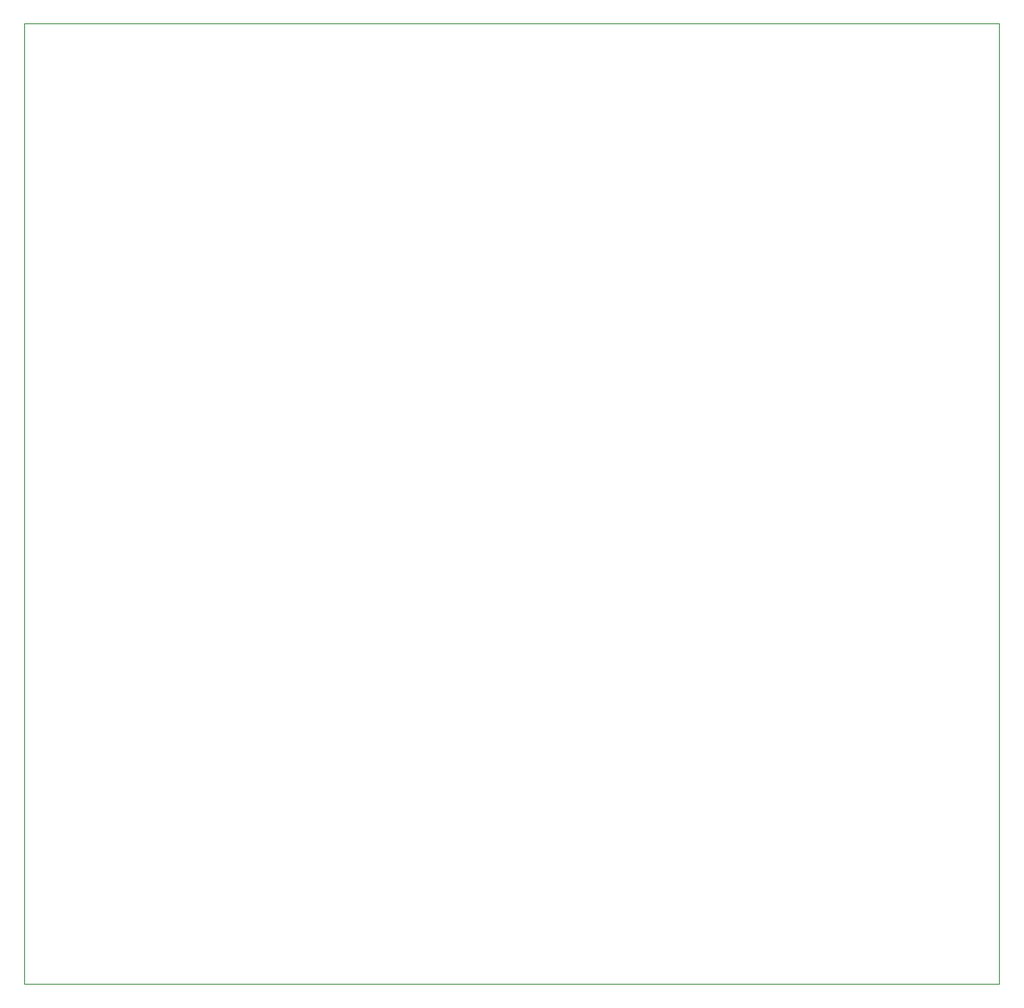
<source format=gm1>
G04 #@! TF.GenerationSoftware,KiCad,Pcbnew,6.0.0-rc1-unknown-r13609-32d262b0*
G04 #@! TF.CreationDate,2018-08-28T00:11:02+02:00*
G04 #@! TF.ProjectId,neOSensorV4_panel,6E654F53656E736F7256345F70616E65,v4*
G04 #@! TF.SameCoordinates,Original*
G04 #@! TF.FileFunction,Profile,NP*
%FSLAX46Y46*%
G04 Gerber Fmt 4.6, Leading zero omitted, Abs format (unit mm)*
G04 Created by KiCad (PCBNEW 6.0.0-rc1-unknown-r13609-32d262b0) date Tue Aug 28 00:11:02 2018*
%MOMM*%
%LPD*%
G01*
G04 APERTURE LIST*
%ADD10C,0.050000*%
G04 APERTURE END LIST*
D10*
X59944000Y-131445000D02*
X59944000Y-34036000D01*
X158750000Y-131445000D02*
X59944000Y-131445000D01*
X158750000Y-34036000D02*
X158750000Y-131445000D01*
X59944000Y-34036000D02*
X158750000Y-34036000D01*
M02*

</source>
